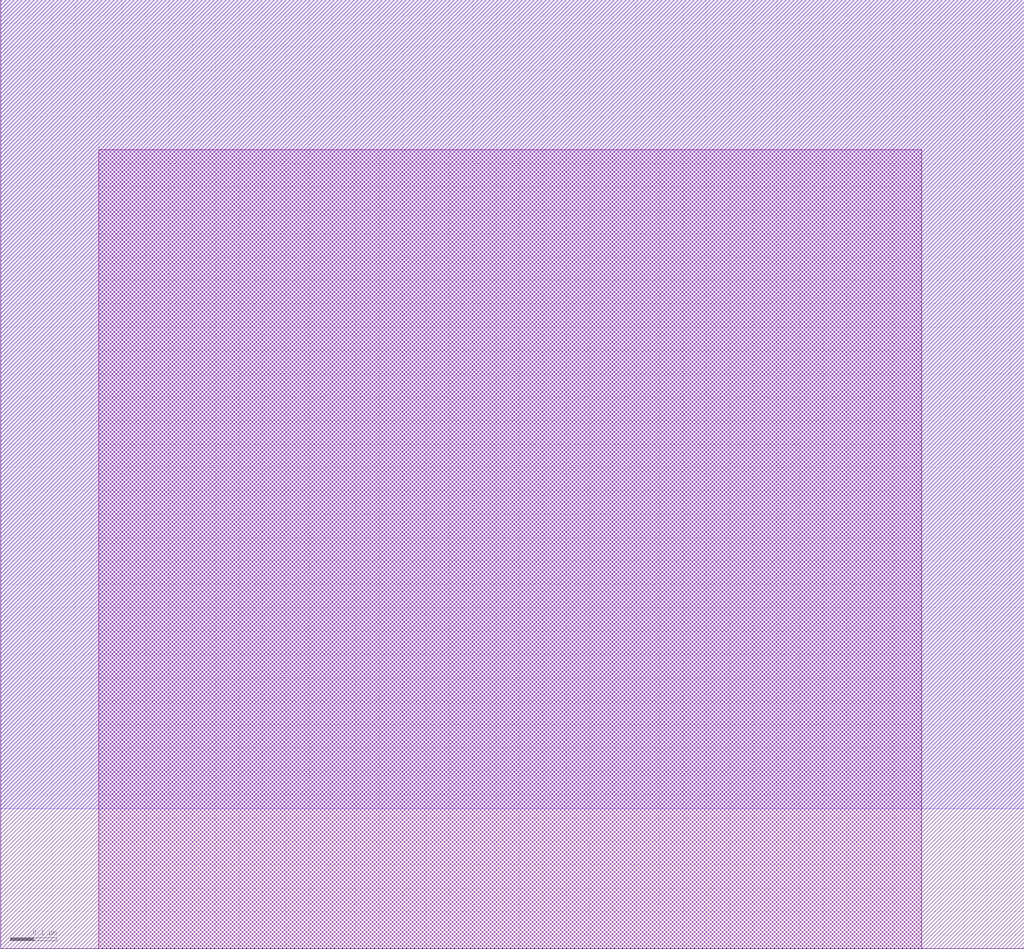
<source format=lef>
VERSION 5.7 ;
  NOWIREEXTENSIONATPIN ON ;
  DIVIDERCHAR "/" ;
  BUSBITCHARS "[]" ;
UNITS
  DATABASE MICRONS 200 ;
END UNITS

LAYER via2
  TYPE CUT ;
END via2

LAYER via
  TYPE CUT ;
END via

LAYER nwell
  TYPE MASTERSLICE ;
END nwell

LAYER via3
  TYPE CUT ;
END via3

LAYER pwell
  TYPE MASTERSLICE ;
END pwell

LAYER via4
  TYPE CUT ;
END via4

LAYER mcon
  TYPE CUT ;
END mcon

LAYER met6
  TYPE ROUTING ;
  WIDTH 0.030000 ;
  SPACING 0.040000 ;
  DIRECTION HORIZONTAL ;
END met6

LAYER met1
  TYPE ROUTING ;
  WIDTH 0.140000 ;
  SPACING 0.140000 ;
  DIRECTION HORIZONTAL ;
END met1

LAYER met3
  TYPE ROUTING ;
  WIDTH 0.300000 ;
  SPACING 0.300000 ;
  DIRECTION HORIZONTAL ;
END met3

LAYER met2
  TYPE ROUTING ;
  WIDTH 0.140000 ;
  SPACING 0.140000 ;
  DIRECTION HORIZONTAL ;
END met2

LAYER met4
  TYPE ROUTING ;
  WIDTH 0.300000 ;
  SPACING 0.300000 ;
  DIRECTION HORIZONTAL ;
END met4

LAYER met5
  TYPE ROUTING ;
  WIDTH 1.600000 ;
  SPACING 1.600000 ;
  DIRECTION HORIZONTAL ;
END met5

LAYER li1
  TYPE ROUTING ;
  WIDTH 0.170000 ;
  SPACING 0.170000 ;
  DIRECTION HORIZONTAL ;
END li1

MACRO sky130_hilas_pFETmirror
  CLASS BLOCK ;
  FOREIGN sky130_hilas_pFETmirror ;
  ORIGIN 0.610 -0.820 ;
  SIZE 2.190 BY 2.030 ;
  OBS
      LAYER nwell ;
        RECT -0.610 1.120 1.580 2.850 ;
      LAYER li1 ;
        RECT -0.400 0.820 1.360 2.530 ;
  END
END sky130_hilas_pFETmirror
END LIBRARY


</source>
